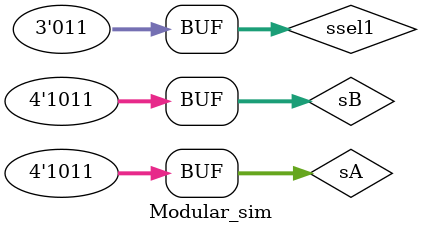
<source format=sv>
`timescale 1ns / 1ps


module Modular_sim();
    logic [3:0] sA, sB, sV;
	logic [2:0] ssel1;
    
    Main_module UUT(
    .A(sA), .B(sB), .V(sV), .sel1(ssel1));
    
    initial begin
    
    sA = 4'b0000;
    sB = 4'b0000;
    ssel1 = 2'b00;
    #10;
    sA = 4'b0000;
    sB = 4'b0000;
    ssel1 = 2'b01;
    #10;
    sA = 4'b0000;
    sB = 4'b0000;
    ssel1 = 2'b10;
    #10;
    sA = 4'b0000;
    sB = 4'b0000;
    ssel1 = 2'b11;
    #10;
    sA = 4'b1000;
    sB = 4'b0000;
    ssel1 = 2'b00;
    #10;
    sA = 4'b0000;
    sB = 4'b1000;
    ssel1 = 2'b01;
    #10;
    sA = 4'b0010;
    sB = 4'b1000;
    ssel1 = 2'b10;
    #10;
    sA = 4'b0001;
    sB = 4'b0010;
    ssel1 = 2'b11;
    #10;
    sA = 4'b0110;
    sB = 4'b0011;
    ssel1 = 2'b00;
    #10;
    sA = 4'b1010;
    sB = 4'b1101;
    ssel1 = 2'b01;
    #10;
    sA = 4'b1100;
    sB = 4'b0101;
    ssel1 = 2'b10;
    #10;
    sA = 4'b1101;
    sB = 4'b1110;
    ssel1 = 2'b11;
    #10;
    sA = 4'b1010;
    sB = 4'b1110;
    ssel1 = 2'b00;
    #10;
    sA = 4'b1011;
    sB = 4'b1010;
    ssel1 = 2'b01;
    #10;
    sA = 4'b1100;
    sB = 4'b1001;
    ssel1 = 2'b10;
    #10;
    sA = 4'b1011;
    sB = 4'b1011;
    ssel1 = 2'b11;
    
    end
endmodule

</source>
